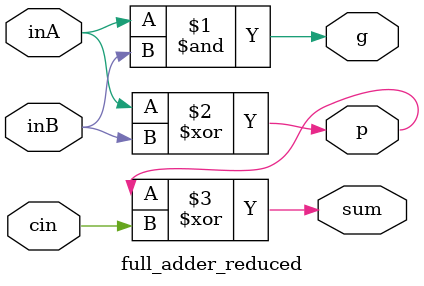
<source format=v>
`timescale 1ns / 1ps
module full_adder_reduced(inA, inB, cin, sum, p, g
    );
	
	// Initialize ports as in/out
	input inA, inB, cin;
	output sum, p, g;
	
	// Logic for g
	// g = ab
	and generator(g, inA, inB);
	
	// Logic for p
	// p = a^b
	xor propagator(p, inA, inB);
	
	// Logic for sum
	// sum = a^b^c = p^c
	xor g0(sum, p, cin);
	
endmodule

</source>
